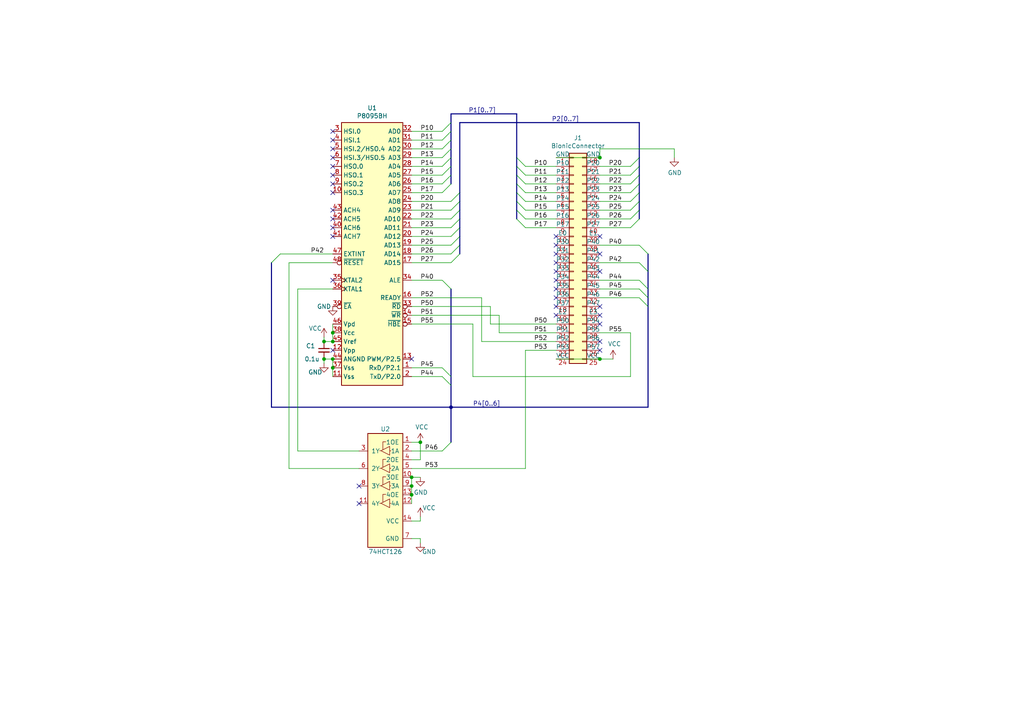
<source format=kicad_sch>
(kicad_sch (version 20211123) (generator eeschema)
  (paper "A4")
  (title_block (title "BionicP8095 Mezzanine") (date "2022-02-11") (rev "1") (company "Tadashi G. Takaoka"))
  (lib_symbols
    (symbol "0-LocalLibrary:74HCT126" (pin_names (offset 1.016))
      (property "Reference" "U" (at 0 16.51 0))
      (property "Value" "74HCT126" (at 0 -19.05 0))
      (symbol "74HCT126_0_1"
        (polyline (pts (xy -1.2954 10.2108) (xy -1.6002 10.2108)))
        (polyline (pts (xy 1.2954 10.2362) (xy 1.651 10.2362)))
        (polyline (pts (xy 0.7112 10.5664) (xy 0.7112 12.827) (xy -0.127 12.827) (xy -0.1016 12.827)))
      )
      (symbol "74HCT126_1_0"
        (polyline (pts (xy 1.27 10.2362) (xy -1.27 11.5062) (xy -1.27 8.9662) (xy 1.27 10.2362)) (stroke (width 0.1524)))
        (pin input line (at -7.62 12.7 0) (length 2.54) (name "1OE") (number "1"))
        (pin input line (at -7.62 2.54 0) (length 2.54) (name "3OE") (number "10"))
        (pin tri_state line (at 7.62 -5.08 180) (length 2.54) (name "4Y") (number "11"))
        (pin input line (at -7.62 -5.08 0) (length 2.54) (name "4A") (number "12"))
        (pin input line (at -7.62 -2.54 0) (length 2.54) (name "4OE") (number "13"))
        (pin power_in line (at -7.62 -10.16 0) (length 2.54) (name "VCC") (number "14"))
        (pin input line (at -7.62 10.16 0) (length 2.54) (name "1A") (number "2"))
        (pin tri_state line (at 7.62 10.16 180) (length 2.54) (name "1Y") (number "3"))
        (pin input line (at -7.62 7.62 0) (length 2.54) (name "2OE") (number "4"))
        (pin input line (at -7.62 5.08 0) (length 2.54) (name "2A") (number "5"))
        (pin tri_state line (at 7.62 5.08 180) (length 2.54) (name "2Y") (number "6"))
        (pin power_in line (at -7.62 -15.24 0) (length 2.54) (name "GND") (number "7"))
        (pin tri_state line (at 7.62 0 180) (length 2.54) (name "3Y") (number "8"))
        (pin input line (at -7.62 0 0) (length 2.54) (name "3A") (number "9"))
      )
      (symbol "74HCT126_1_1"
        (rectangle (start -5.08 15.24) (end 5.08 -17.78) (stroke (width 0.254)) (fill (type background)))
        (polyline (pts (xy -1.2954 -5.0292) (xy -1.6002 -5.0292)))
        (polyline (pts (xy -1.2954 0.0508) (xy -1.6002 0.0508)))
        (polyline (pts (xy -1.2954 5.1308) (xy -1.6002 5.1308)))
        (polyline (pts (xy 1.2954 -5.0038) (xy 1.651 -5.0038)))
        (polyline (pts (xy 1.2954 0.0762) (xy 1.651 0.0762)))
        (polyline (pts (xy 1.2954 5.1562) (xy 1.651 5.1562)))
        (polyline (pts (xy 0.7112 -4.6736) (xy 0.7112 -2.413) (xy -0.127 -2.413) (xy -0.1016 -2.413)))
        (polyline (pts (xy 0.7112 0.4064) (xy 0.7112 2.667) (xy -0.127 2.667) (xy -0.1016 2.667)))
        (polyline (pts (xy 0.7112 5.4864) (xy 0.7112 7.747) (xy -0.127 7.747) (xy -0.1016 7.747)))
        (polyline (pts (xy 1.27 -5.0038) (xy -1.27 -3.7338) (xy -1.27 -6.2738) (xy 1.27 -5.0038)) (stroke (width 0.1524)))
        (polyline (pts (xy 1.27 0.0762) (xy -1.27 1.3462) (xy -1.27 -1.1938) (xy 1.27 0.0762)) (stroke (width 0.1524)))
        (polyline (pts (xy 1.27 5.1562) (xy -1.27 6.4262) (xy -1.27 3.8862) (xy 1.27 5.1562)) (stroke (width 0.1524)))
      )
    )
    (symbol "0-LocalLibrary:BionicConnector" (pin_names (offset 0))
      (property "Reference" "J" (at 1.27 30.48 0))
      (property "Value" "BionicConnector" (at 3.81 33.02 0))
      (symbol "BionicConnector_1_1"
        (rectangle (start -1.27 -30.353) (end 0 -30.607) (stroke (width 0.1524)))
        (rectangle (start -1.27 -27.813) (end 0 -28.067) (stroke (width 0.1524)))
        (rectangle (start -1.27 -25.273) (end 0 -25.527) (stroke (width 0.1524)))
        (rectangle (start -1.27 -22.733) (end 0 -22.987) (stroke (width 0.1524)))
        (rectangle (start -1.27 -20.193) (end 0 -20.447) (stroke (width 0.1524)))
        (rectangle (start -1.27 -17.653) (end 0 -17.907) (stroke (width 0.1524)))
        (rectangle (start -1.27 -15.113) (end 0 -15.367) (stroke (width 0.1524)))
        (rectangle (start -1.27 -12.573) (end 0 -12.827) (stroke (width 0.1524)))
        (rectangle (start -1.27 -10.033) (end 0 -10.287) (stroke (width 0.1524)))
        (rectangle (start -1.27 -7.493) (end 0 -7.747) (stroke (width 0.1524)))
        (rectangle (start -1.27 -4.953) (end 0 -5.207) (stroke (width 0.1524)))
        (rectangle (start -1.27 -2.413) (end 0 -2.667) (stroke (width 0.1524)))
        (rectangle (start -1.27 0.127) (end 0 -0.127) (stroke (width 0.1524)))
        (rectangle (start -1.27 2.667) (end 0 2.413) (stroke (width 0.1524)))
        (rectangle (start -1.27 5.207) (end 0 4.953) (stroke (width 0.1524)))
        (rectangle (start -1.27 7.747) (end 0 7.493) (stroke (width 0.1524)))
        (rectangle (start -1.27 10.287) (end 0 10.033) (stroke (width 0.1524)))
        (rectangle (start -1.27 12.827) (end 0 12.573) (stroke (width 0.1524)))
        (rectangle (start -1.27 15.367) (end 0 15.113) (stroke (width 0.1524)))
        (rectangle (start -1.27 17.907) (end 0 17.653) (stroke (width 0.1524)))
        (rectangle (start -1.27 20.447) (end 0 20.193) (stroke (width 0.1524)))
        (rectangle (start -1.27 22.987) (end 0 22.733) (stroke (width 0.1524)))
        (rectangle (start -1.27 25.527) (end 0 25.273) (stroke (width 0.1524)))
        (rectangle (start -1.27 28.067) (end 0 27.813) (stroke (width 0.1524)))
        (rectangle (start -1.27 29.21) (end 3.81 -31.75) (stroke (width 0.254)) (fill (type background)))
        (rectangle (start 3.81 -30.353) (end 2.54 -30.607) (stroke (width 0.1524)))
        (rectangle (start 3.81 -27.813) (end 2.54 -28.067) (stroke (width 0.1524)))
        (rectangle (start 3.81 -25.273) (end 2.54 -25.527) (stroke (width 0.1524)))
        (rectangle (start 3.81 -22.733) (end 2.54 -22.987) (stroke (width 0.1524)))
        (rectangle (start 3.81 -20.193) (end 2.54 -20.447) (stroke (width 0.1524)))
        (rectangle (start 3.81 -17.653) (end 2.54 -17.907) (stroke (width 0.1524)))
        (rectangle (start 3.81 -15.113) (end 2.54 -15.367) (stroke (width 0.1524)))
        (rectangle (start 3.81 -12.573) (end 2.54 -12.827) (stroke (width 0.1524)))
        (rectangle (start 3.81 -10.033) (end 2.54 -10.287) (stroke (width 0.1524)))
        (rectangle (start 3.81 -7.493) (end 2.54 -7.747) (stroke (width 0.1524)))
        (rectangle (start 3.81 -4.953) (end 2.54 -5.207) (stroke (width 0.1524)))
        (rectangle (start 3.81 -2.413) (end 2.54 -2.667) (stroke (width 0.1524)))
        (rectangle (start 3.81 0.127) (end 2.54 -0.127) (stroke (width 0.1524)))
        (rectangle (start 3.81 2.667) (end 2.54 2.413) (stroke (width 0.1524)))
        (rectangle (start 3.81 5.207) (end 2.54 4.953) (stroke (width 0.1524)))
        (rectangle (start 3.81 7.747) (end 2.54 7.493) (stroke (width 0.1524)))
        (rectangle (start 3.81 10.287) (end 2.54 10.033) (stroke (width 0.1524)))
        (rectangle (start 3.81 12.827) (end 2.54 12.573) (stroke (width 0.1524)))
        (rectangle (start 3.81 15.367) (end 2.54 15.113) (stroke (width 0.1524)))
        (rectangle (start 3.81 17.907) (end 2.54 17.653) (stroke (width 0.1524)))
        (rectangle (start 3.81 20.447) (end 2.54 20.193) (stroke (width 0.1524)))
        (rectangle (start 3.81 22.987) (end 2.54 22.733) (stroke (width 0.1524)))
        (rectangle (start 3.81 25.527) (end 2.54 25.273) (stroke (width 0.1524)))
        (rectangle (start 3.81 28.067) (end 2.54 27.813) (stroke (width 0.1524)))
        (pin power_out line (at -5.08 27.94 0) (length 3.81) (name "GND") (number "1"))
        (pin bidirectional line (at -5.08 5.08 0) (length 3.81) (name "E0") (number "10"))
        (pin bidirectional line (at -5.08 2.54 0) (length 3.81) (name "P30") (number "11"))
        (pin bidirectional line (at -5.08 0 0) (length 3.81) (name "P31") (number "12"))
        (pin bidirectional line (at -5.08 -2.54 0) (length 3.81) (name "P32") (number "13"))
        (pin bidirectional line (at -5.08 -5.08 0) (length 3.81) (name "P33") (number "14"))
        (pin bidirectional line (at -5.08 -7.62 0) (length 3.81) (name "P34") (number "15"))
        (pin bidirectional line (at -5.08 -10.16 0) (length 3.81) (name "P35") (number "16"))
        (pin bidirectional line (at -5.08 -12.7 0) (length 3.81) (name "P36") (number "17"))
        (pin bidirectional line (at -5.08 -15.24 0) (length 3.81) (name "P37") (number "18"))
        (pin bidirectional line (at -5.08 -17.78 0) (length 3.81) (name "E2") (number "19"))
        (pin bidirectional line (at -5.08 25.4 0) (length 3.81) (name "P10") (number "2"))
        (pin bidirectional line (at -5.08 -20.32 0) (length 3.81) (name "P50") (number "20"))
        (pin bidirectional line (at -5.08 -22.86 0) (length 3.81) (name "P51") (number "21"))
        (pin bidirectional line (at -5.08 -25.4 0) (length 3.81) (name "P52") (number "22"))
        (pin bidirectional line (at -5.08 -27.94 0) (length 3.81) (name "P53") (number "23"))
        (pin power_out line (at -5.08 -30.48 0) (length 3.81) (name "VCC") (number "24"))
        (pin power_in line (at 7.62 -30.48 180) (length 3.81) (name "VCC") (number "25"))
        (pin bidirectional line (at 7.62 -27.94 180) (length 3.81) (name "P57") (number "26"))
        (pin bidirectional line (at 7.62 -25.4 180) (length 3.81) (name "P56") (number "27"))
        (pin bidirectional line (at 7.62 -22.86 180) (length 3.81) (name "P55") (number "28"))
        (pin bidirectional line (at 7.62 -20.32 180) (length 3.81) (name "P54") (number "29"))
        (pin bidirectional line (at -5.08 22.86 0) (length 3.81) (name "P11") (number "3"))
        (pin bidirectional line (at 7.62 -17.78 180) (length 3.81) (name "E3") (number "30"))
        (pin bidirectional line (at 7.62 -15.24 180) (length 3.81) (name "P47") (number "31"))
        (pin bidirectional line (at 7.62 -12.7 180) (length 3.81) (name "P46") (number "32"))
        (pin bidirectional line (at 7.62 -10.16 180) (length 3.81) (name "P45") (number "33"))
        (pin bidirectional line (at 7.62 -7.62 180) (length 3.81) (name "P44") (number "34"))
        (pin bidirectional line (at 7.62 -5.08 180) (length 3.81) (name "P43") (number "35"))
        (pin bidirectional line (at 7.62 -2.54 180) (length 3.81) (name "P42") (number "36"))
        (pin bidirectional line (at 7.62 0 180) (length 3.81) (name "P41") (number "37"))
        (pin bidirectional line (at 7.62 2.54 180) (length 3.81) (name "P40") (number "38"))
        (pin bidirectional line (at 7.62 5.08 180) (length 3.81) (name "E1") (number "39"))
        (pin bidirectional line (at -5.08 20.32 0) (length 3.81) (name "P12") (number "4"))
        (pin bidirectional line (at 7.62 7.62 180) (length 3.81) (name "P27") (number "40"))
        (pin bidirectional line (at 7.62 10.16 180) (length 3.81) (name "P26") (number "41"))
        (pin bidirectional line (at 7.62 12.7 180) (length 3.81) (name "P25") (number "42"))
        (pin bidirectional line (at 7.62 15.24 180) (length 3.81) (name "P24") (number "43"))
        (pin bidirectional line (at 7.62 17.78 180) (length 3.81) (name "P23") (number "44"))
        (pin bidirectional line (at 7.62 20.32 180) (length 3.81) (name "P22") (number "45"))
        (pin bidirectional line (at 7.62 22.86 180) (length 3.81) (name "P21") (number "46"))
        (pin bidirectional line (at 7.62 25.4 180) (length 3.81) (name "P20") (number "47"))
        (pin power_in line (at 7.62 27.94 180) (length 3.81) (name "GND") (number "48"))
        (pin bidirectional line (at -5.08 17.78 0) (length 3.81) (name "P13") (number "5"))
        (pin bidirectional line (at -5.08 15.24 0) (length 3.81) (name "P14") (number "6"))
        (pin bidirectional line (at -5.08 12.7 0) (length 3.81) (name "P15") (number "7"))
        (pin bidirectional line (at -5.08 10.16 0) (length 3.81) (name "P16") (number "8"))
        (pin bidirectional line (at -5.08 7.62 0) (length 3.81) (name "P17") (number "9"))
      )
    )
    (symbol "0-LocalLibrary:P8095BH"
      (property "Reference" "U" (at -1.27 39.37 0))
      (property "Value" "P8095BH" (at 0 1.27 90))
      (symbol "P8095BH_0_0"
        (pin input line (at -11.43 35.56 0) (length 2.54) (name "HSI.0") (number "3"))
        (pin power_in line (at -11.43 -33.02 0) (length 2.54) (name "Vss") (number "37"))
        (pin input inverted (at -11.43 -15.24 0) (length 2.54) (name "~{EA}") (number "39"))
        (pin input line (at -11.43 33.02 0) (length 2.54) (name "HSI.1") (number "4"))
        (pin bidirectional line (at -11.43 7.62 0) (length 2.54) (name "ACH6") (number "40"))
        (pin bidirectional line (at -11.43 5.08 0) (length 2.54) (name "ACH7") (number "41"))
        (pin input line (at -11.43 -25.4 0) (length 2.54) (name "Vref") (number "45"))
        (pin bidirectional line (at -11.43 30.48 0) (length 2.54) (name "HSI.2/HSO.4") (number "5"))
        (pin bidirectional line (at -11.43 27.94 0) (length 2.54) (name "HSI.3/HSO.5") (number "6"))
      )
      (symbol "P8095BH_0_1"
        (rectangle (start -8.89 -38.1) (end 8.89 38.1) (stroke (width 0.254)) (fill (type background)))
      )
      (symbol "P8095BH_1_1"
        (pin input line (at 11.43 -33.02 180) (length 2.54) (name "RxD/P2.1") (number "1"))
        (pin output line (at -11.43 17.78 0) (length 2.54) (name "HSO.3") (number "10"))
        (pin power_in line (at -11.43 -35.56 0) (length 2.54) (name "Vss") (number "11"))
        (pin passive line (at -11.43 -27.94 0) (length 2.54) (name "Vpp") (number "12"))
        (pin bidirectional line (at 11.43 -30.48 180) (length 2.54) (name "PWM/P2.5") (number "13"))
        (pin output inverted (at 11.43 -17.78 180) (length 2.54) (name "~{WR}") (number "14"))
        (pin output inverted (at 11.43 -20.32 180) (length 2.54) (name "~{HBE}") (number "15"))
        (pin input line (at 11.43 -12.7 180) (length 2.54) (name "READY") (number "16"))
        (pin bidirectional line (at 11.43 -2.54 180) (length 2.54) (name "AD15") (number "17"))
        (pin bidirectional line (at 11.43 0 180) (length 2.54) (name "AD14") (number "18"))
        (pin bidirectional line (at 11.43 2.54 180) (length 2.54) (name "AD13") (number "19"))
        (pin output line (at 11.43 -35.56 180) (length 2.54) (name "TxD/P2.0") (number "2"))
        (pin bidirectional line (at 11.43 5.08 180) (length 2.54) (name "AD12") (number "20"))
        (pin bidirectional line (at 11.43 7.62 180) (length 2.54) (name "AD11") (number "21"))
        (pin bidirectional line (at 11.43 10.16 180) (length 2.54) (name "AD10") (number "22"))
        (pin bidirectional line (at 11.43 12.7 180) (length 2.54) (name "AD9") (number "23"))
        (pin bidirectional line (at 11.43 15.24 180) (length 2.54) (name "AD8") (number "24"))
        (pin bidirectional line (at 11.43 17.78 180) (length 2.54) (name "AD7") (number "25"))
        (pin bidirectional line (at 11.43 20.32 180) (length 2.54) (name "AD6") (number "26"))
        (pin bidirectional line (at 11.43 22.86 180) (length 2.54) (name "AD5") (number "27"))
        (pin bidirectional line (at 11.43 25.4 180) (length 2.54) (name "AD4") (number "28"))
        (pin bidirectional line (at 11.43 27.94 180) (length 2.54) (name "AD3") (number "29"))
        (pin bidirectional line (at 11.43 30.48 180) (length 2.54) (name "AD2") (number "30"))
        (pin bidirectional line (at 11.43 33.02 180) (length 2.54) (name "AD1") (number "31"))
        (pin bidirectional line (at 11.43 35.56 180) (length 2.54) (name "AD0") (number "32"))
        (pin output inverted (at 11.43 -15.24 180) (length 2.54) (name "~{RD}") (number "33"))
        (pin output line (at 11.43 -7.62 180) (length 2.54) (name "ALE") (number "34"))
        (pin output clock (at -11.43 -7.62 0) (length 2.54) (name "XTAL2") (number "35"))
        (pin input clock (at -11.43 -10.16 0) (length 2.54) (name "XTAL1") (number "36"))
        (pin power_in line (at -11.43 -22.86 0) (length 2.54) (name "Vcc") (number "38"))
        (pin bidirectional line (at -11.43 10.16 0) (length 2.54) (name "ACH5") (number "42"))
        (pin bidirectional line (at -11.43 12.7 0) (length 2.54) (name "ACH4") (number "43"))
        (pin power_in line (at -11.43 -30.48 0) (length 2.54) (name "ANGND") (number "44"))
        (pin power_in line (at -11.43 -20.32 0) (length 2.54) (name "Vpd") (number "46"))
        (pin input line (at -11.43 0 0) (length 2.54) (name "EXTINT") (number "47"))
        (pin input inverted (at -11.43 -2.54 0) (length 2.54) (name "~{RESET}") (number "48"))
        (pin output line (at -11.43 25.4 0) (length 2.54) (name "HSO.0") (number "7"))
        (pin output line (at -11.43 22.86 0) (length 2.54) (name "HSO.1") (number "8"))
        (pin output line (at -11.43 20.32 0) (length 2.54) (name "HSO.2") (number "9"))
      )
    )
    (symbol "Device:C_Small" (pin_numbers hide) (pin_names (offset 0.254) hide)
      (property "Reference" "C" (at 0.254 1.778 0))
      (property "Value" "C_Small" (at 0.254 -2.032 0))
      (symbol "C_Small_0_1"
        (polyline (pts (xy -1.524 -0.508) (xy 1.524 -0.508)) (stroke (width 0.3302)))
        (polyline (pts (xy -1.524 0.508) (xy 1.524 0.508)) (stroke (width 0.3048)))
      )
      (symbol "C_Small_1_1"
        (pin passive line (at 0 2.54 270) (length 2.032) (name "~") (number "1"))
        (pin passive line (at 0 -2.54 90) (length 2.032) (name "~") (number "2"))
      )
    )
    (symbol "power:GND" (power) (pin_names (offset 0))
      (property "Value" "GND" (at 0 -3.81 0))
      (symbol "GND_0_1"
        (polyline (pts (xy 0 0) (xy 0 -1.27) (xy 1.27 -1.27) (xy 0 -2.54) (xy -1.27 -1.27) (xy 0 -1.27)))
      )
      (symbol "GND_1_1"
        (pin power_in line (at 0 0 270) (length 0) hide (name "GND") (number "1"))
      )
    )
    (symbol "power:VCC" (power) (pin_names (offset 0))
      (property "Value" "VCC" (at 0 3.81 0))
      (symbol "VCC_0_1"
        (polyline (pts (xy -0.762 1.27) (xy 0 2.54)))
        (polyline (pts (xy 0 0) (xy 0 2.54)))
        (polyline (pts (xy 0 2.54) (xy 0.762 1.27)))
      )
      (symbol "VCC_1_1"
        (pin power_in line (at 0 0 90) (length 0) hide (name "VCC") (number "1"))
      )
    )
  )
  (junction (at 96.52 99.06))
  (junction (at 93.98 104.14))
  (junction (at 173.99 104.14))
  (junction (at 130.81 118.11))
  (junction (at 121.92 128.27))
  (junction (at 119.38 138.43))
  (junction (at 93.98 99.06))
  (junction (at 119.38 143.51))
  (junction (at 96.52 106.68))
  (junction (at 119.38 140.97))
  (junction (at 96.52 96.52))
  (junction (at 173.99 45.72))
  (junction (at 96.52 104.14))
  (no_connect (at 96.52 66.04))
  (no_connect (at 104.14 146.05))
  (no_connect (at 104.14 140.97))
  (no_connect (at 96.52 101.6))
  (no_connect (at 173.99 73.66))
  (no_connect (at 161.29 78.74))
  (no_connect (at 161.29 83.82))
  (no_connect (at 96.52 50.8))
  (no_connect (at 96.52 68.58))
  (no_connect (at 96.52 81.28))
  (no_connect (at 161.29 81.28))
  (no_connect (at 96.52 40.64))
  (no_connect (at 173.99 93.98))
  (no_connect (at 96.52 43.18))
  (no_connect (at 173.99 68.58))
  (no_connect (at 173.99 99.06))
  (no_connect (at 96.52 38.1))
  (no_connect (at 161.29 76.2))
  (no_connect (at 96.52 53.34))
  (no_connect (at 161.29 68.58))
  (no_connect (at 173.99 88.9))
  (no_connect (at 96.52 63.5))
  (no_connect (at 161.29 73.66))
  (no_connect (at 173.99 78.74))
  (no_connect (at 161.29 71.12))
  (no_connect (at 161.29 86.36))
  (no_connect (at 96.52 55.88))
  (no_connect (at 119.38 104.14))
  (no_connect (at 96.52 60.96))
  (no_connect (at 161.29 91.44))
  (no_connect (at 96.52 48.26))
  (no_connect (at 173.99 91.44))
  (no_connect (at 161.29 88.9))
  (no_connect (at 96.52 45.72))
  (no_connect (at 173.99 101.6))
  (bus_entry (at 185.42 63.5) (size -2.54 2.54))
  (bus_entry (at 185.42 60.96) (size -2.54 2.54))
  (bus_entry (at 128.27 40.64) (size 2.54 -2.54))
  (bus_entry (at 133.35 60.96) (size -2.54 2.54))
  (bus_entry (at 128.27 53.34) (size 2.54 -2.54))
  (bus_entry (at 128.27 43.18) (size 2.54 -2.54))
  (bus_entry (at 152.4 58.42) (size -2.54 -2.54))
  (bus_entry (at 185.42 58.42) (size -2.54 2.54))
  (bus_entry (at 133.35 63.5) (size -2.54 2.54))
  (bus_entry (at 185.42 83.82) (size 2.54 2.54))
  (bus_entry (at 152.4 48.26) (size -2.54 -2.54))
  (bus_entry (at 81.28 73.66) (size -2.54 2.54))
  (bus_entry (at 128.27 45.72) (size 2.54 -2.54))
  (bus_entry (at 185.42 45.72) (size -2.54 2.54))
  (bus_entry (at 133.35 66.04) (size -2.54 2.54))
  (bus_entry (at 185.42 50.8) (size -2.54 2.54))
  (bus_entry (at 128.27 48.26) (size 2.54 -2.54))
  (bus_entry (at 185.42 71.12) (size 2.54 2.54))
  (bus_entry (at 152.4 55.88) (size -2.54 -2.54))
  (bus_entry (at 152.4 63.5) (size -2.54 -2.54))
  (bus_entry (at 128.27 109.22) (size 2.54 2.54))
  (bus_entry (at 128.27 55.88) (size 2.54 -2.54))
  (bus_entry (at 152.4 60.96) (size -2.54 -2.54))
  (bus_entry (at 128.27 81.28) (size 2.54 2.54))
  (bus_entry (at 185.42 48.26) (size -2.54 2.54))
  (bus_entry (at 185.42 81.28) (size 2.54 2.54))
  (bus_entry (at 128.27 38.1) (size 2.54 -2.54))
  (bus_entry (at 185.42 86.36) (size 2.54 2.54))
  (bus_entry (at 133.35 68.58) (size -2.54 2.54))
  (bus_entry (at 152.4 66.04) (size -2.54 -2.54))
  (bus_entry (at 128.27 106.68) (size 2.54 2.54))
  (bus_entry (at 152.4 53.34) (size -2.54 -2.54))
  (bus_entry (at 152.4 50.8) (size -2.54 -2.54))
  (bus_entry (at 133.35 71.12) (size -2.54 2.54))
  (bus_entry (at 133.35 73.66) (size -2.54 2.54))
  (bus_entry (at 133.35 58.42) (size -2.54 2.54))
  (bus_entry (at 185.42 76.2) (size 2.54 2.54))
  (bus_entry (at 128.27 50.8) (size 2.54 -2.54))
  (bus_entry (at 185.42 55.88) (size -2.54 2.54))
  (bus_entry (at 130.81 128.27) (size -2.54 2.54))
  (bus_entry (at 185.42 53.34) (size -2.54 2.54))
  (bus_entry (at 133.35 55.88) (size -2.54 2.54))
  (wire (pts (xy 119.38 135.89) (xy 152.4 135.89)))
  (wire (pts (xy 173.99 63.5) (xy 182.88 63.5)))
  (wire (pts (xy 142.24 93.98) (xy 161.29 93.98)))
  (bus (pts (xy 187.96 86.36) (xy 187.96 88.9)))
  (wire (pts (xy 173.99 43.18) (xy 195.58 43.18)))
  (bus (pts (xy 149.86 45.72) (xy 149.86 48.26)))
  (wire (pts (xy 144.78 96.52) (xy 161.29 96.52)))
  (bus (pts (xy 130.81 33.02) (xy 149.86 33.02)))
  (wire (pts (xy 173.99 48.26) (xy 182.88 48.26)))
  (wire (pts (xy 119.38 60.96) (xy 130.81 60.96)))
  (wire (pts (xy 161.29 66.04) (xy 152.4 66.04)))
  (wire (pts (xy 195.58 43.18) (xy 195.58 45.72)))
  (wire (pts (xy 119.38 76.2) (xy 130.81 76.2)))
  (bus (pts (xy 130.81 45.72) (xy 130.81 48.26)))
  (wire (pts (xy 142.24 88.9) (xy 142.24 93.98)))
  (bus (pts (xy 130.81 118.11) (xy 130.81 128.27)))
  (wire (pts (xy 119.38 140.97) (xy 119.38 143.51)))
  (bus (pts (xy 130.81 35.56) (xy 130.81 38.1)))
  (wire (pts (xy 182.88 109.22) (xy 137.16 109.22)))
  (wire (pts (xy 121.92 151.13) (xy 121.92 149.86)))
  (bus (pts (xy 149.86 50.8) (xy 149.86 53.34)))
  (wire (pts (xy 119.38 156.21) (xy 121.92 156.21)))
  (wire (pts (xy 119.38 143.51) (xy 119.38 146.05)))
  (wire (pts (xy 119.38 130.81) (xy 128.27 130.81)))
  (wire (pts (xy 121.92 128.27) (xy 121.92 133.35)))
  (wire (pts (xy 173.99 81.28) (xy 185.42 81.28)))
  (wire (pts (xy 93.98 104.14) (xy 96.52 104.14)))
  (bus (pts (xy 130.81 38.1) (xy 130.81 40.64)))
  (bus (pts (xy 149.86 55.88) (xy 149.86 58.42)))
  (wire (pts (xy 119.38 53.34) (xy 128.27 53.34)))
  (bus (pts (xy 149.86 60.96) (xy 149.86 63.5)))
  (wire (pts (xy 173.99 104.14) (xy 177.8 104.14)))
  (wire (pts (xy 96.52 96.52) (xy 96.52 99.06)))
  (wire (pts (xy 119.38 109.22) (xy 128.27 109.22)))
  (wire (pts (xy 83.82 76.2) (xy 83.82 135.89)))
  (wire (pts (xy 173.99 43.18) (xy 173.99 45.72)))
  (bus (pts (xy 130.81 48.26) (xy 130.81 50.8)))
  (wire (pts (xy 119.38 91.44) (xy 144.78 91.44)))
  (wire (pts (xy 119.38 86.36) (xy 139.7 86.36)))
  (bus (pts (xy 187.96 118.11) (xy 130.81 118.11)))
  (wire (pts (xy 137.16 109.22) (xy 137.16 93.98)))
  (wire (pts (xy 139.7 86.36) (xy 139.7 99.06)))
  (bus (pts (xy 130.81 83.82) (xy 130.81 109.22)))
  (wire (pts (xy 173.99 50.8) (xy 182.88 50.8)))
  (wire (pts (xy 185.42 76.2) (xy 173.99 76.2)))
  (wire (pts (xy 173.99 66.04) (xy 182.88 66.04)))
  (wire (pts (xy 104.14 130.81) (xy 86.36 130.81)))
  (wire (pts (xy 173.99 58.42) (xy 182.88 58.42)))
  (bus (pts (xy 185.42 48.26) (xy 185.42 50.8)))
  (bus (pts (xy 185.42 58.42) (xy 185.42 60.96)))
  (bus (pts (xy 187.96 73.66) (xy 187.96 78.74)))
  (wire (pts (xy 121.92 151.13) (xy 119.38 151.13)))
  (wire (pts (xy 119.38 88.9) (xy 142.24 88.9)))
  (wire (pts (xy 119.38 106.68) (xy 128.27 106.68)))
  (wire (pts (xy 119.38 81.28) (xy 128.27 81.28)))
  (wire (pts (xy 119.38 63.5) (xy 130.81 63.5)))
  (wire (pts (xy 173.99 83.82) (xy 185.42 83.82)))
  (wire (pts (xy 161.29 60.96) (xy 152.4 60.96)))
  (bus (pts (xy 133.35 71.12) (xy 133.35 73.66)))
  (wire (pts (xy 96.52 73.66) (xy 81.28 73.66)))
  (wire (pts (xy 161.29 48.26) (xy 152.4 48.26)))
  (wire (pts (xy 173.99 96.52) (xy 182.88 96.52)))
  (bus (pts (xy 130.81 43.18) (xy 130.81 45.72)))
  (wire (pts (xy 119.38 93.98) (xy 137.16 93.98)))
  (wire (pts (xy 96.52 104.14) (xy 96.52 106.68)))
  (wire (pts (xy 119.38 58.42) (xy 130.81 58.42)))
  (wire (pts (xy 161.29 53.34) (xy 152.4 53.34)))
  (wire (pts (xy 96.52 93.98) (xy 96.52 96.52)))
  (wire (pts (xy 119.38 138.43) (xy 119.38 140.97)))
  (bus (pts (xy 133.35 66.04) (xy 133.35 68.58)))
  (bus (pts (xy 185.42 35.56) (xy 133.35 35.56)))
  (wire (pts (xy 173.99 55.88) (xy 182.88 55.88)))
  (wire (pts (xy 173.99 60.96) (xy 182.88 60.96)))
  (bus (pts (xy 149.86 53.34) (xy 149.86 55.88)))
  (bus (pts (xy 185.42 53.34) (xy 185.42 55.88)))
  (bus (pts (xy 149.86 48.26) (xy 149.86 50.8)))
  (wire (pts (xy 119.38 50.8) (xy 128.27 50.8)))
  (bus (pts (xy 130.81 50.8) (xy 130.81 53.34)))
  (wire (pts (xy 119.38 43.18) (xy 128.27 43.18)))
  (wire (pts (xy 161.29 55.88) (xy 152.4 55.88)))
  (bus (pts (xy 133.35 60.96) (xy 133.35 63.5)))
  (wire (pts (xy 152.4 101.6) (xy 161.29 101.6)))
  (wire (pts (xy 173.99 71.12) (xy 185.42 71.12)))
  (wire (pts (xy 119.38 40.64) (xy 128.27 40.64)))
  (bus (pts (xy 133.35 63.5) (xy 133.35 66.04)))
  (wire (pts (xy 161.29 45.72) (xy 173.99 45.72)))
  (bus (pts (xy 133.35 68.58) (xy 133.35 71.12)))
  (wire (pts (xy 139.7 99.06) (xy 161.29 99.06)))
  (bus (pts (xy 130.81 40.64) (xy 130.81 43.18)))
  (wire (pts (xy 119.38 55.88) (xy 128.27 55.88)))
  (wire (pts (xy 119.38 71.12) (xy 130.81 71.12)))
  (wire (pts (xy 119.38 66.04) (xy 130.81 66.04)))
  (bus (pts (xy 185.42 50.8) (xy 185.42 53.34)))
  (wire (pts (xy 152.4 135.89) (xy 152.4 101.6)))
  (bus (pts (xy 133.35 58.42) (xy 133.35 60.96)))
  (wire (pts (xy 83.82 76.2) (xy 96.52 76.2)))
  (wire (pts (xy 161.29 104.14) (xy 173.99 104.14)))
  (wire (pts (xy 93.98 105.41) (xy 93.98 104.14)))
  (wire (pts (xy 96.52 106.68) (xy 96.52 109.22)))
  (bus (pts (xy 187.96 78.74) (xy 187.96 83.82)))
  (wire (pts (xy 161.29 63.5) (xy 152.4 63.5)))
  (bus (pts (xy 133.35 55.88) (xy 133.35 58.42)))
  (bus (pts (xy 187.96 83.82) (xy 187.96 86.36)))
  (wire (pts (xy 93.98 99.06) (xy 96.52 99.06)))
  (bus (pts (xy 187.96 88.9) (xy 187.96 118.11)))
  (bus (pts (xy 130.81 109.22) (xy 130.81 111.76)))
  (wire (pts (xy 119.38 68.58) (xy 130.81 68.58)))
  (wire (pts (xy 96.52 83.82) (xy 86.36 83.82)))
  (wire (pts (xy 119.38 133.35) (xy 121.92 133.35)))
  (bus (pts (xy 185.42 45.72) (xy 185.42 48.26)))
  (bus (pts (xy 185.42 55.88) (xy 185.42 58.42)))
  (bus (pts (xy 130.81 118.11) (xy 78.74 118.11)))
  (wire (pts (xy 93.98 99.06) (xy 93.98 97.79)))
  (bus (pts (xy 130.81 111.76) (xy 130.81 118.11)))
  (bus (pts (xy 185.42 60.96) (xy 185.42 63.5)))
  (bus (pts (xy 78.74 76.2) (xy 78.74 118.11)))
  (wire (pts (xy 119.38 45.72) (xy 128.27 45.72)))
  (wire (pts (xy 119.38 38.1) (xy 128.27 38.1)))
  (bus (pts (xy 149.86 58.42) (xy 149.86 60.96)))
  (wire (pts (xy 121.92 157.48) (xy 121.92 156.21)))
  (wire (pts (xy 119.38 48.26) (xy 128.27 48.26)))
  (wire (pts (xy 119.38 73.66) (xy 130.81 73.66)))
  (wire (pts (xy 86.36 83.82) (xy 86.36 130.81)))
  (wire (pts (xy 182.88 96.52) (xy 182.88 109.22)))
  (wire (pts (xy 173.99 53.34) (xy 182.88 53.34)))
  (wire (pts (xy 144.78 91.44) (xy 144.78 96.52)))
  (wire (pts (xy 161.29 50.8) (xy 152.4 50.8)))
  (bus (pts (xy 185.42 35.56) (xy 185.42 45.72)))
  (wire (pts (xy 119.38 128.27) (xy 121.92 128.27)))
  (wire (pts (xy 161.29 58.42) (xy 152.4 58.42)))
  (bus (pts (xy 133.35 35.56) (xy 133.35 55.88)))
  (bus (pts (xy 130.81 33.02) (xy 130.81 35.56)))
  (wire (pts (xy 119.38 138.43) (xy 121.92 138.43)))
  (wire (pts (xy 83.82 135.89) (xy 104.14 135.89)))
  (wire (pts (xy 173.99 86.36) (xy 185.42 86.36)))
  (bus (pts (xy 149.86 33.02) (xy 149.86 45.72)))
  (label "P24" (at 121.92 68.58 0))
  (label "P4[0..6]" (at 137.16 118.11 0))
  (label "P20" (at 121.92 58.42 0))
  (label "P44" (at 176.53 81.28 0))
  (label "P15" (at 158.75 60.96 180))
  (label "P23" (at 176.53 55.88 0))
  (label "P26" (at 121.92 73.66 0))
  (label "P16" (at 158.75 63.5 180))
  (label "P55" (at 121.92 93.98 0))
  (label "P50" (at 121.92 88.9 0))
  (label "P45" (at 121.92 106.68 0))
  (label "P2[0..7]" (at 160.02 35.56 0))
  (label "P13" (at 121.92 45.72 0))
  (label "P50" (at 158.75 93.98 180))
  (label "P24" (at 176.53 58.42 0))
  (label "P25" (at 176.53 60.96 0))
  (label "P55" (at 176.53 96.52 0))
  (label "P52" (at 158.75 99.06 180))
  (label "P10" (at 121.92 38.1 0))
  (label "P26" (at 176.53 63.5 0))
  (label "P14" (at 121.92 48.26 0))
  (label "P15" (at 121.92 50.8 0))
  (label "P27" (at 121.92 76.2 0))
  (label "P25" (at 121.92 71.12 0))
  (label "P27" (at 176.53 66.04 0))
  (label "P40" (at 121.92 81.28 0))
  (label "P21" (at 121.92 60.96 0))
  (label "P52" (at 121.92 86.36 0))
  (label "P22" (at 176.53 53.34 0))
  (label "P1[0..7]" (at 135.89 33.02 0))
  (label "P12" (at 121.92 43.18 0))
  (label "P22" (at 121.92 63.5 0))
  (label "P40" (at 176.53 71.12 0))
  (label "P20" (at 176.53 48.26 0))
  (label "P16" (at 121.92 53.34 0))
  (label "P42" (at 93.98 73.66 180))
  (label "P11" (at 158.75 50.8 180))
  (label "P46" (at 176.53 86.36 0))
  (label "P53" (at 158.75 101.6 180))
  (label "P14" (at 158.75 58.42 180))
  (label "P11" (at 121.92 40.64 0))
  (label "P44" (at 121.92 109.22 0))
  (label "P45" (at 176.53 83.82 0))
  (label "P46" (at 123.19 130.81 0))
  (label "P17" (at 121.92 55.88 0))
  (label "P17" (at 158.75 66.04 180))
  (label "P13" (at 158.75 55.88 180))
  (label "P23" (at 121.92 66.04 0))
  (label "P10" (at 158.75 48.26 180))
  (label "P51" (at 121.92 91.44 0))
  (label "P53" (at 123.19 135.89 0))
  (label "P51" (at 158.75 96.52 180))
  (label "P42" (at 176.53 76.2 0))
  (label "P21" (at 176.53 50.8 0))
  (label "P12" (at 158.75 53.34 180))
  (symbol (lib_id "power:VCC") (at 93.98 97.79 0) (mirror y) (unit 1)
    (property "Reference" "#PWR03" (effects hide))
    (property "Value" "VCC" (at 91.44 95.25 0))
  )
  (symbol (lib_id "power:GND") (at 93.98 105.41 0) (mirror y) (unit 1)
    (property "Reference" "#PWR04" (effects hide))
    (property "Value" "GND" (at 91.44 107.95 0))
  )
  (symbol (lib_id "Device:C_Small") (at 93.98 101.6 0) (mirror y) (unit 1)
    (property "Reference" "C1" (at 91.44 100.33 0) (effects (justify left)))
    (property "Value" "0.1u" (at 92.71 104.14 0) (effects (justify left)))
    (property "Footprint" "Capacitor_THT:C_Disc_D3.4mm_W2.1mm_P2.50mm" (effects hide))
  )
  (symbol (lib_id "power:VCC") (at 121.92 149.86 0) (unit 1)
    (property "Reference" "#PWR07" (effects hide))
    (property "Value" "VCC" (at 124.46 147.32 0))
  )
  (symbol (lib_id "power:GND") (at 121.92 157.48 0) (unit 1)
    (property "Reference" "#PWR08" (effects hide))
    (property "Value" "GND" (at 124.46 160.02 0))
  )
  (symbol (lib_id "power:VCC") (at 121.92 128.27 0) (unit 1)
    (property "Reference" "#PWR02" (effects hide))
    (property "Value" "VCC" (at 122.3518 123.8758 0))
  )
  (symbol (lib_id "power:GND") (at 121.92 138.43 0) (unit 1)
    (property "Reference" "#PWR06" (effects hide))
    (property "Value" "GND" (at 122.047 142.8242 0))
  )
  (symbol (lib_id "power:GND") (at 195.58 45.72 0) (unit 1)
    (property "Reference" "#PWR0101" (effects hide))
    (property "Value" "GND" (at 195.707 50.1142 0))
  )
  (symbol (lib_id "power:VCC") (at 177.8 104.14 0) (unit 1)
    (property "Reference" "#PWR0102" (effects hide))
    (property "Value" "VCC" (at 178.2318 99.7458 0))
  )
  (symbol (lib_id "0-LocalLibrary:74HCT126") (at 111.76 140.97 0) (mirror y) (unit 1)
    (property "Reference" "U2" (at 111.76 124.46 0))
    (property "Value" "74HCT126" (at 111.76 160.02 0))
    (property "Footprint" "Package_DIP:DIP-14_W7.62mm" (effects hide))
    (property "Datasheet" "https://www.ti.com/lit/ds/symlink/cd74hct126.pdf" (effects hide))
  )
  (symbol (lib_id "0-LocalLibrary:P8095BH") (at 107.95 73.66 0) (unit 1)
    (property "Reference" "U1" (at 107.95 31.3182 0))
    (property "Value" "P8095BH" (at 107.95 33.6296 0))
    (property "Footprint" "Package_DIP:DIP-48_W15.24mm" (effects hide))
    (property "Datasheet" "https://pdf1.alldatasheet.com/datasheet-pdf/view/117276/INTEL/P8095BH.html" (effects hide))
  )
  (symbol (lib_id "power:GND") (at 96.52 88.9 0) (unit 1)
    (property "Reference" "#PWR0103" (effects hide))
    (property "Value" "GND" (at 93.98 88.9 0))
  )
  (symbol (lib_id "0-LocalLibrary:BionicConnector") (at 166.37 73.66 0) (unit 1)
    (property "Reference" "J1" (at 167.64 40.005 0))
    (property "Value" "BionicConnector" (at 167.64 42.3164 0))
    (property "Footprint" "0-LocalLibrary:DIP-48_W7.62mm" (effects hide))
    (property "Datasheet" "https://www.arieselec.com/wp-content/uploads/2020/02/10001-universal-dip-zif-test-socket.pdf" (effects hide))
  )
)
</source>
